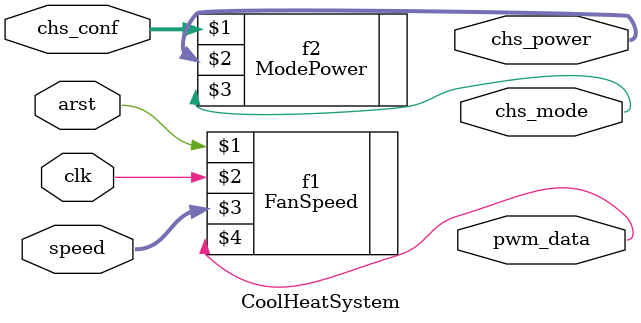
<source format=v>
/*--  *******************************************************
--  Computer Architecture Course, Laboratory Sources 
--  Amirkabir University of Technology (Tehran Polytechnic)
--  Department of Computer Engineering (CE-AUT)
--  https://ce[dot]aut[dot]ac[dot]ir
--  *******************************************************
--  All Rights reserved (C) 2019-2020
--  *******************************************************
--  Student ID  : 
--  Student Name: 
--  Student Mail: 
--  *******************************************************
--  Additional Comments:
--
--*/

/*-----------------------------------------------------------
---  Module Name: Cool Heat System
---  Description: Module3:
-----------------------------------------------------------*/
`timescale 1 ns/1 ns

module CoolHeatSystem (
	input        arst      , // reset [asynch]  
	input        clk       , // clock [posedge] 
	
	input  [7:0] speed     , // speed [duty-cycle]  
	
	input  [7:0] chs_conf  , // degree [temprature] 
	
	output [3:0] chs_power , // power  [cooler/heater] 
	output       chs_mode  , // model  [heat=1/cool=0]

	output       pwm_data    // data  [output]
);

	FanSpeed f1(arst,clk,speed,pwm_data);
	ModePower f2(chs_conf,chs_power,chs_mode);

endmodule

</source>
